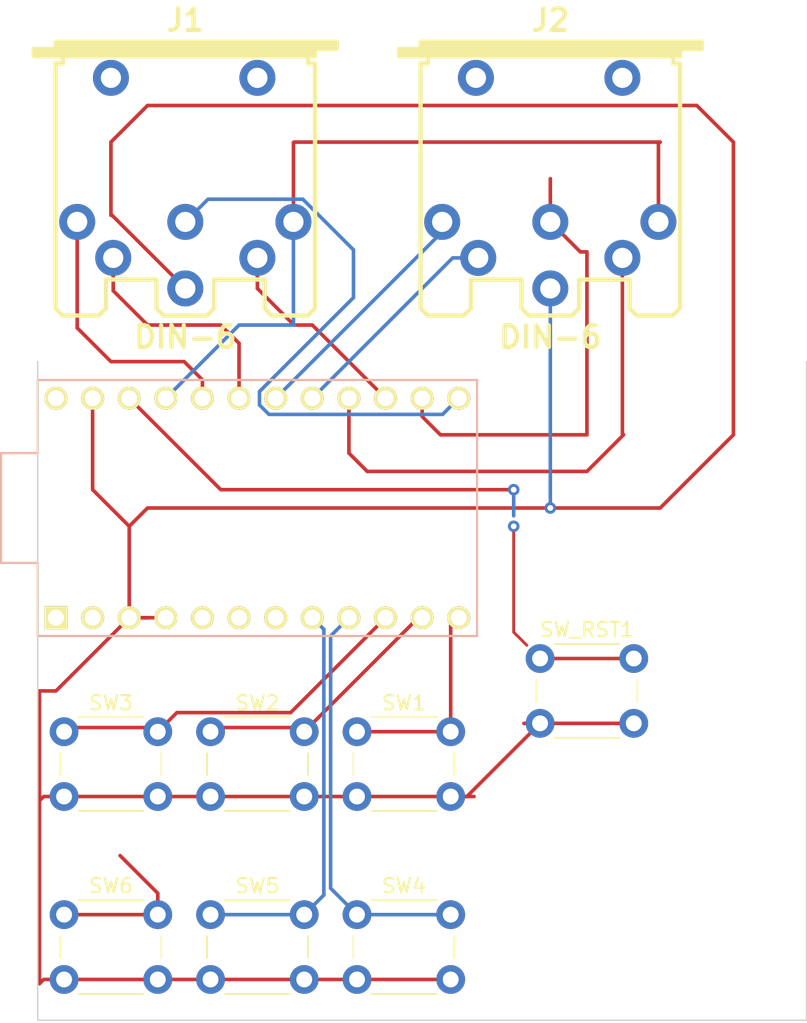
<source format=kicad_pcb>
(kicad_pcb (version 20211014) (generator pcbnew)
  (layers (0 "F.Cu" signal) (31 "B.Cu" signal) (34 "B.Paste" user) (35 "F.Paste" user) (36 "B.SilkS" user "B.Silkscreen") (37 "F.SilkS" user "F.Silkscreen") (38 "B.Mask" user) (39 "F.Mask" user) (44 "Edge.Cuts" user))
  (net 0 "")
  (net 1 "GND")
  (net 2 "RED 2")
  (net 3 "Axis X 2")
  (net 4 "BLACK 2")
  (net 5 "Axis Y 2")
  (net 6 "5V")
  (net 7 "RED 1")
  (net 8 "Axis X 1")
  (net 9 "BLACK 1")
  (net 10 "Axis Y 1")
  (net 11 "Net-(SW1-Pad1)")
  (net 12 "Net-(SW2-Pad1)")
  (net 13 "Net-(SW3-Pad1)")
  (net 14 "Net-(SW4-Pad1)")
  (net 15 "Net-(SW5-Pad1)")
  (net 16 "Net-(SW6-Pad1)")
  (net 17 "Net-(SW_RST1-Pad1)")
  (footprint "Button_Switch_THT:SW_PUSH_6mm_H5mm" (layer "F.Cu") (at 121.21 79.03)
    (fp_text reference "SW_RST1" (at 3.25 -2) (layer "F.SilkS"))
    (fp_text value "SW_Push")
    (fp_line (start 6.75 3) (end 6.75 1.5) (layer "F.SilkS") (width 0.12))
    (fp_line (start 1 5.5) (end 5.5 5.5) (layer "F.SilkS") (width 0.12))
    (fp_line (start 5.5 -1) (end 1 -1) (layer "F.SilkS") (width 0.12))
    (fp_line (start -0.25 1.5) (end -0.25 3) (layer "F.SilkS") (width 0.12))
    (pad "1" thru_hole circle (at 6.5 0 90) (size 2 2) (drill 1.1) (layers *.Cu *.Mask) (net 17 "Net-(SW_RST1-Pad1)"))
    (pad "1" thru_hole circle (at 0 0 90) (size 2 2) (drill 1.1) (layers *.Cu *.Mask) (net 17 "Net-(SW_RST1-Pad1)"))
    (pad "2" thru_hole circle (at 0 4.5 90) (size 2 2) (drill 1.1) (layers *.Cu *.Mask) (net 1 "GND"))
    (pad "2" thru_hole circle (at 6.5 4.5 90) (size 2 2) (drill 1.1) (layers *.Cu *.Mask) (net 1 "GND"))
  )
  (footprint "Button_Switch_THT:SW_PUSH_6mm_H5mm" (layer "F.Cu") (at 108.51 96.81)
    (fp_text reference "SW4" (at 3.25 -2) (layer "F.SilkS"))
    (fp_text value "SW_Push")
    (fp_line (start 5.5 -1) (end 1 -1) (layer "F.SilkS") (width 0.12))
    (fp_line (start -0.25 1.5) (end -0.25 3) (layer "F.SilkS") (width 0.12))
    (fp_line (start 6.75 3) (end 6.75 1.5) (layer "F.SilkS") (width 0.12))
    (fp_line (start 1 5.5) (end 5.5 5.5) (layer "F.SilkS") (width 0.12))
    (pad "1" thru_hole circle (at 0 0 90) (size 2 2) (drill 1.1) (layers *.Cu *.Mask) (net 14 "Net-(SW4-Pad1)"))
    (pad "1" thru_hole circle (at 6.5 0 90) (size 2 2) (drill 1.1) (layers *.Cu *.Mask) (net 14 "Net-(SW4-Pad1)"))
    (pad "2" thru_hole circle (at 6.5 4.5 90) (size 2 2) (drill 1.1) (layers *.Cu *.Mask) (net 1 "GND"))
    (pad "2" thru_hole circle (at 0 4.5 90) (size 2 2) (drill 1.1) (layers *.Cu *.Mask) (net 1 "GND"))
  )
  (footprint "Button_Switch_THT:SW_PUSH_6mm_H5mm" (layer "F.Cu") (at 98.35 84.11)
    (fp_text reference "SW2" (at 3.25 -2) (layer "F.SilkS"))
    (fp_text value "SW_Push")
    (fp_line (start -0.25 1.5) (end -0.25 3) (layer "F.SilkS") (width 0.12))
    (fp_line (start 5.5 -1) (end 1 -1) (layer "F.SilkS") (width 0.12))
    (fp_line (start 6.75 3) (end 6.75 1.5) (layer "F.SilkS") (width 0.12))
    (fp_line (start 1 5.5) (end 5.5 5.5) (layer "F.SilkS") (width 0.12))
    (pad "1" thru_hole circle (at 6.5 0 90) (size 2 2) (drill 1.1) (layers *.Cu *.Mask) (net 12 "Net-(SW2-Pad1)"))
    (pad "1" thru_hole circle (at 0 0 90) (size 2 2) (drill 1.1) (layers *.Cu *.Mask) (net 12 "Net-(SW2-Pad1)"))
    (pad "2" thru_hole circle (at 0 4.5 90) (size 2 2) (drill 1.1) (layers *.Cu *.Mask) (net 1 "GND"))
    (pad "2" thru_hole circle (at 6.5 4.5 90) (size 2 2) (drill 1.1) (layers *.Cu *.Mask) (net 1 "GND"))
  )
  (footprint "Connectors_UNITRA:DIN-6" (layer "F.Cu") (at 96.6 45.72 180)
    (fp_text reference "J1" (at 0 11) (layer "F.SilkS") (effects (font (size 1.5 1.5) (thickness 0.3))))
    (fp_text value "DIN-6" (at 0 -11) (layer "F.SilkS") (effects (font (size 1.5 1.5) (thickness 0.3))))
    (fp_line (start 8.99922 -8.99922) (end 8.99922 8.001) (layer "F.SilkS") (width 0.3048))
    (fp_line (start 8.99922 8.001) (end 8.49884 8.001) (layer "F.SilkS") (width 0.3048))
    (fp_line (start -1.99898 -8.99922) (end -1.99898 -7.00024) (layer "F.SilkS") (width 0.3048))
    (fp_line (start -8.99922 8.7503) (end 10.50036 8.7503) (layer "F.SilkS") (width 0.3048))
    (fp_line (start -8.49884 8.001) (end -8.49884 8.49884) (layer "F.SilkS") (width 0.3048))
    (fp_line (start -8.49884 -9.4996) (end -5.99948 -9.4996) (layer "F.SilkS") (width 0.3048))
    (fp_line (start -10.50036 9.25068) (end 8.99922 9.25068) (layer "F.SilkS") (width 0.3048))
    (fp_line (start -5.4991 -7.00024) (end -1.99898 -7.00024) (layer "F.SilkS") (width 0.3048))
    (fp_line (start -1.50114 -9.4996) (end 1.50114 -9.4996) (layer "F.SilkS") (width 0.3048))
    (fp_line (start 10.50036 8.99922) (end 8.99922 8.99922) (layer "F.SilkS") (width 0.3048))
    (fp_line (start 5.4991 -8.99922) (end 5.4991 -7.00024) (layer "F.SilkS") (width 0.3048))
    (fp_line (start -8.99922 8.99922) (end -8.99922 8.49884) (layer "F.SilkS") (width 0.3048))
    (fp_line (start 8.99922 -8.99922) (end 8.49884 -9.4996) (layer "F.SilkS") (width 0.3048))
    (fp_line (start 8.49884 -9.4996) (end 6.49986 -9.4996) (layer "F.SilkS") (width 0.3048))
    (fp_line (start -8.99922 -8.99922) (end -8.49884 -9.4996) (layer "F.SilkS") (width 0.3048))
    (fp_line (start -8.99922 8.49884) (end 10.50036 8.49884) (layer "F.SilkS") (width 0.3048))
    (fp_line (start -8.99922 8.001) (end -8.49884 8.001) (layer "F.SilkS") (width 0.3048))
    (fp_line (start -10.50036 8.99922) (end -8.99922 8.99922) (layer "F.SilkS") (width 0.3048))
    (fp_line (start 8.49884 8.49884) (end 8.49884 8.001) (layer "F.SilkS") (width 0.3048))
    (fp_line (start 10.50036 8.49884) (end 10.50036 8.99922) (layer "F.SilkS") (width 0.3048))
    (fp_line (start -10.50036 9.4996) (end -10.50036 8.99922) (layer "F.SilkS") (width 0.3048))
    (fp_line (start 1.50114 -9.4996) (end 1.99898 -8.99922) (layer "F.SilkS") (width 0.3048))
    (fp_line (start -1.50114 -9.4996) (end -1.99898 -8.99922) (layer "F.SilkS") (width 0.3048))
    (fp_line (start -5.99948 -9.4996) (end -5.4991 -8.99922) (layer "F.SilkS") (width 0.3048))
    (fp_line (start 8.99922 9.4996) (end -10.50036 9.4996) (layer "F.SilkS") (width 0.3048))
    (fp_line (start 1.99898 -8.99922) (end 1.99898 -7.00024) (layer "F.SilkS") (width 0.3048))
    (fp_line (start 6.49986 -9.4996) (end 5.99948 -9.4996) (layer "F.SilkS") (width 0.3048))
    (fp_line (start -8.99922 -8.99922) (end -8.99922 8.001) (layer "F.SilkS") (width 0.3048))
    (fp_line (start 5.99948 -9.4996) (end 5.4991 -8.99922) (layer "F.SilkS") (width 0.3048))
    (fp_line (start 8.99922 8.99922) (end 8.99922 9.4996) (layer "F.SilkS") (width 0.3048))
    (fp_line (start 8.99922 8.99922) (end -8.99922 8.99922) (layer "F.SilkS") (width 0.3048))
    (fp_line (start 5.4991 -7.00024) (end 1.99898 -7.00024) (layer "F.SilkS") (width 0.3048))
    (fp_line (start -5.4991 -8.99922) (end -5.4991 -7.00024) (layer "F.SilkS") (width 0.3048))
    (pad "1" thru_hole circle locked (at 7.5 -3 180) (size 2.5 2.5) (drill 1.4) (layers *.Cu *.Mask) (net 3 "Axis X 2"))
    (pad "2" thru_hole circle locked (at 5 -5.5 180) (size 2.5 2.5) (drill 1.4) (layers *.Cu *.Mask) (net 5 "Axis Y 2"))
    (pad "3" thru_hole circle locked (at 0 -7.62 180) (size 2.5 2.5) (drill 1.4) (layers *.Cu *.Mask) (net 1 "GND"))
    (pad "4" thru_hole circle locked (at -5 -5.5 180) (size 2.5 2.5) (drill 1.4) (layers *.Cu *.Mask) (net 2 "RED 2"))
    (pad "5" thru_hole circle locked (at -7.5 -3 180) (size 2.5 2.5) (drill 1.4) (layers *.Cu *.Mask) (net 6 "5V"))
    (pad "6" thru_hole circle locked (at 0 -3 180) (size 2.5 2.5) (drill 1.4) (layers *.Cu *.Mask) (net 4 "BLACK 2"))
    (pad "7" thru_hole circle locked (at 5.16 7 180) (size 2.5 2.5) (drill 1.4) (layers *.Cu *.Mask))
    (pad "7" thru_hole circle locked (at -5 7 180) (size 2.5 2.5) (drill 1.4) (layers *.Cu *.Mask))
  )
  (footprint "Connectors_UNITRA:DIN-6" (layer "F.Cu") (at 121.92 45.72 180)
    (fp_text reference "J2" (at 0 11) (layer "F.SilkS") (effects (font (size 1.5 1.5) (thickness 0.3))))
    (fp_text value "DIN-6" (at 0 -11) (layer "F.SilkS") (effects (font (size 1.5 1.5) (thickness 0.3))))
    (fp_line (start 5.99948 -9.4996) (end 5.4991 -8.99922) (layer "F.SilkS") (width 0.3048))
    (fp_line (start -1.50114 -9.4996) (end -1.99898 -8.99922) (layer "F.SilkS") (width 0.3048))
    (fp_line (start -10.50036 8.99922) (end -8.99922 8.99922) (layer "F.SilkS") (width 0.3048))
    (fp_line (start -1.50114 -9.4996) (end 1.50114 -9.4996) (layer "F.SilkS") (width 0.3048))
    (fp_line (start -8.49884 8.001) (end -8.49884 8.49884) (layer "F.SilkS") (width 0.3048))
    (fp_line (start 8.99922 9.4996) (end -10.50036 9.4996) (layer "F.SilkS") (width 0.3048))
    (fp_line (start 1.50114 -9.4996) (end 1.99898 -8.99922) (layer "F.SilkS") (width 0.3048))
    (fp_line (start 8.49884 -9.4996) (end 6.49986 -9.4996) (layer "F.SilkS") (width 0.3048))
    (fp_line (start -5.99948 -9.4996) (end -5.4991 -8.99922) (layer "F.SilkS") (width 0.3048))
    (fp_line (start 5.4991 -7.00024) (end 1.99898 -7.00024) (layer "F.SilkS") (width 0.3048))
    (fp_line (start 8.49884 8.49884) (end 8.49884 8.001) (layer "F.SilkS") (width 0.3048))
    (fp_line (start 8.99922 -8.99922) (end 8.99922 8.001) (layer "F.SilkS") (width 0.3048))
    (fp_line (start -8.99922 -8.99922) (end -8.99922 8.001) (layer "F.SilkS") (width 0.3048))
    (fp_line (start -8.99922 -8.99922) (end -8.49884 -9.4996) (layer "F.SilkS") (width 0.3048))
    (fp_line (start -8.99922 8.99922) (end -8.99922 8.49884) (layer "F.SilkS") (width 0.3048))
    (fp_line (start -10.50036 9.4996) (end -10.50036 8.99922) (layer "F.SilkS") (width 0.3048))
    (fp_line (start -8.99922 8.7503) (end 10.50036 8.7503) (layer "F.SilkS") (width 0.3048))
    (fp_line (start -10.50036 9.25068) (end 8.99922 9.25068) (layer "F.SilkS") (width 0.3048))
    (fp_line (start -8.99922 8.49884) (end 10.50036 8.49884) (layer "F.SilkS") (width 0.3048))
    (fp_line (start 8.99922 8.99922) (end -8.99922 8.99922) (layer "F.SilkS") (width 0.3048))
    (fp_line (start 1.99898 -8.99922) (end 1.99898 -7.00024) (layer "F.SilkS") (width 0.3048))
    (fp_line (start 8.99922 -8.99922) (end 8.49884 -9.4996) (layer "F.SilkS") (width 0.3048))
    (fp_line (start -5.4991 -8.99922) (end -5.4991 -7.00024) (layer "F.SilkS") (width 0.3048))
    (fp_line (start 6.49986 -9.4996) (end 5.99948 -9.4996) (layer "F.SilkS") (width 0.3048))
    (fp_line (start -5.4991 -7.00024) (end -1.99898 -7.00024) (layer "F.SilkS") (width 0.3048))
    (fp_line (start 10.50036 8.49884) (end 10.50036 8.99922) (layer "F.SilkS") (width 0.3048))
    (fp_line (start 10.50036 8.99922) (end 8.99922 8.99922) (layer "F.SilkS") (width 0.3048))
    (fp_line (start 8.99922 8.99922) (end 8.99922 9.4996) (layer "F.SilkS") (width 0.3048))
    (fp_line (start 5.4991 -8.99922) (end 5.4991 -7.00024) (layer "F.SilkS") (width 0.3048))
    (fp_line (start -8.49884 -9.4996) (end -5.99948 -9.4996) (layer "F.SilkS") (width 0.3048))
    (fp_line (start -8.99922 8.001) (end -8.49884 8.001) (layer "F.SilkS") (width 0.3048))
    (fp_line (start 8.99922 8.001) (end 8.49884 8.001) (layer "F.SilkS") (width 0.3048))
    (fp_line (start -1.99898 -8.99922) (end -1.99898 -7.00024) (layer "F.SilkS") (width 0.3048))
    (pad "1" thru_hole circle locked (at 7.5 -3 180) (size 2.5 2.5) (drill 1.4) (layers *.Cu *.Mask) (net 8 "Axis X 1"))
    (pad "2" thru_hole circle locked (at 5 -5.5 180) (size 2.5 2.5) (drill 1.4) (layers *.Cu *.Mask) (net 10 "Axis Y 1"))
    (pad "3" thru_hole circle locked (at 0 -7.62 180) (size 2.5 2.5) (drill 1.4) (layers *.Cu *.Mask) (net 1 "GND"))
    (pad "4" thru_hole circle locked (at -5 -5.5 180) (size 2.5 2.5) (drill 1.4) (layers *.Cu *.Mask) (net 7 "RED 1"))
    (pad "5" thru_hole circle locked (at -7.5 -3 180) (size 2.5 2.5) (drill 1.4) (layers *.Cu *.Mask) (net 6 "5V"))
    (pad "6" thru_hole circle locked (at 0 -3 180) (size 2.5 2.5) (drill 1.4) (layers *.Cu *.Mask) (net 9 "BLACK 1"))
    (pad "7" thru_hole circle locked (at -5 7 180) (size 2.5 2.5) (drill 1.4) (layers *.Cu *.Mask))
    (pad "7" thru_hole circle locked (at 5.16 7 180) (size 2.5 2.5) (drill 1.4) (layers *.Cu *.Mask))
  )
  (footprint "Button_Switch_THT:SW_PUSH_6mm_H5mm" (layer "F.Cu") (at 108.51 84.11)
    (fp_text reference "SW1" (at 3.25 -2) (layer "F.SilkS"))
    (fp_text value "SW_Push")
    (fp_line (start 6.75 3) (end 6.75 1.5) (layer "F.SilkS") (width 0.12))
    (fp_line (start 5.5 -1) (end 1 -1) (layer "F.SilkS") (width 0.12))
    (fp_line (start 1 5.5) (end 5.5 5.5) (layer "F.SilkS") (width 0.12))
    (fp_line (start -0.25 1.5) (end -0.25 3) (layer "F.SilkS") (width 0.12))
    (pad "1" thru_hole circle (at 0 0 90) (size 2 2) (drill 1.1) (layers *.Cu *.Mask) (net 11 "Net-(SW1-Pad1)"))
    (pad "1" thru_hole circle (at 6.5 0 90) (size 2 2) (drill 1.1) (layers *.Cu *.Mask) (net 11 "Net-(SW1-Pad1)"))
    (pad "2" thru_hole circle (at 0 4.5 90) (size 2 2) (drill 1.1) (layers *.Cu *.Mask) (net 1 "GND"))
    (pad "2" thru_hole circle (at 6.5 4.5 90) (size 2 2) (drill 1.1) (layers *.Cu *.Mask) (net 1 "GND"))
  )
  (footprint "Button_Switch_THT:SW_PUSH_6mm_H5mm" (layer "F.Cu") (at 88.19 96.81)
    (fp_text reference "SW6" (at 3.25 -2) (layer "F.SilkS"))
    (fp_text value "SW_Push")
    (fp_line (start -0.25 1.5) (end -0.25 3) (layer "F.SilkS") (width 0.12))
    (fp_line (start 5.5 -1) (end 1 -1) (layer "F.SilkS") (width 0.12))
    (fp_line (start 1 5.5) (end 5.5 5.5) (layer "F.SilkS") (width 0.12))
    (fp_line (start 6.75 3) (end 6.75 1.5) (layer "F.SilkS") (width 0.12))
    (pad "1" thru_hole circle (at 0 0 90) (size 2 2) (drill 1.1) (layers *.Cu *.Mask) (net 16 "Net-(SW6-Pad1)"))
    (pad "1" thru_hole circle (at 6.5 0 90) (size 2 2) (drill 1.1) (layers *.Cu *.Mask) (net 16 "Net-(SW6-Pad1)"))
    (pad "2" thru_hole circle (at 0 4.5 90) (size 2 2) (drill 1.1) (layers *.Cu *.Mask) (net 1 "GND"))
    (pad "2" thru_hole circle (at 6.5 4.5 90) (size 2 2) (drill 1.1) (layers *.Cu *.Mask) (net 1 "GND"))
  )
  (footprint "promicro:ProMicro" (layer "F.Cu") (at 101.6 68.58)
    (fp_text reference "U1" hide)
    (fp_text value "ProMicro")
    (fp_line (start 15.24 8.89) (end -15.24 8.89) (layer "B.SilkS") (width 0.15))
    (fp_line (start -15.24 3.81) (end -17.78 3.81) (layer "B.SilkS") (width 0.15))
    (fp_line (start -15.24 8.89) (end -15.24 3.81) (layer "B.SilkS") (width 0.15))
    (fp_line (start 15.24 -8.89) (end 15.24 8.89) (layer "B.SilkS") (width 0.15))
    (fp_line (start -17.78 -3.81) (end -15.24 -3.81) (layer "B.SilkS") (width 0.15))
    (fp_line (start -15.24 -8.89) (end 15.24 -8.89) (layer "B.SilkS") (width 0.15))
    (fp_line (start -17.78 3.81) (end -17.78 -3.81) (layer "B.SilkS") (width 0.15))
    (fp_line (start -15.24 -3.81) (end -15.24 -8.89) (layer "B.SilkS") (width 0.15))
    (fp_line (start -17.78 -3.81) (end -15.24 -3.81) (layer "F.SilkS") (width 0.15))
    (fp_line (start -17.78 3.81) (end -17.78 -3.81) (layer "F.SilkS") (width 0.15))
    (fp_line (start 15.24 -8.89) (end 15.24 8.89) (layer "F.SilkS") (width 0.15))
    (fp_line (start -15.24 8.89) (end 15.24 8.89) (layer "F.SilkS") (width 0.15))
    (fp_line (start -15.24 -8.89) (end 15.24 -8.89) (layer "F.SilkS") (width 0.15))
    (fp_line (start -15.24 8.89) (end -15.24 3.81) (layer "F.SilkS") (width 0.15))
    (fp_line (start -15.24 3.81) (end -17.78 3.81) (layer "F.SilkS") (width 0.15))
    (fp_line (start -15.24 -3.81) (end -15.24 -8.89) (layer "F.SilkS") (width 0.15))
    (pad "1" thru_hole rect locked (at -13.97 7.62) (size 1.6 1.6) (drill 1.1) (layers *.Cu *.Mask "F.SilkS"))
    (pad "2" thru_hole circle locked (at -11.43 7.62) (size 1.6 1.6) (drill 1.1) (layers *.Cu *.Mask "F.SilkS"))
    (pad "3" thru_hole circle locked (at -8.89 7.62) (size 1.6 1.6) (drill 1.1) (layers *.Cu *.Mask "F.SilkS") (net 1 "GND"))
    (pad "4" thru_hole circle locked (at -6.35 7.62) (size 1.6 1.6) (drill 1.1) (layers *.Cu *.Mask "F.SilkS") (net 1 "GND"))
    (pad "5" thru_hole circle locked (at -3.81 7.62) (size 1.6 1.6) (drill 1.1) (layers *.Cu *.Mask "F.SilkS"))
    (pad "6" thru_hole circle locked (at -1.27 7.62) (size 1.6 1.6) (drill 1.1) (layers *.Cu *.Mask "F.SilkS"))
    (pad "7" thru_hole circle locked (at 1.27 7.62) (size 1.6 1.6) (drill 1.1) (layers *.Cu *.Mask "F.SilkS") (net 16 "Net-(SW6-Pad1)"))
    (pad "8" thru_hole circle locked (at 3.81 7.62) (size 1.6 1.6) (drill 1.1) (layers *.Cu *.Mask "F.SilkS") (net 15 "Net-(SW5-Pad1)"))
    (pad "9" thru_hole circle locked (at 6.35 7.62) (size 1.6 1.6) (drill 1.1) (layers *.Cu *.Mask "F.SilkS") (net 14 "Net-(SW4-Pad1)"))
    (pad "10" thru_hole circle locked (at 8.89 7.62) (size 1.6 1.6) (drill 1.1) (layers *.Cu *.Mask "F.SilkS") (net 13 "Net-(SW3-Pad1)"))
    (pad "11" thru_hole circle locked (at 11.43 7.62) (size 1.6 1.6) (drill 1.1) (layers *.Cu *.Mask "F.SilkS") (net 12 "Net-(SW2-Pad1)"))
    (pad "12" thru_hole circle locked (at 13.97 7.62) (size 1.6 1.6) (drill 1.1) (layers *.Cu *.Mask "F.SilkS") (net 11 "Net-(SW1-Pad1)"))
    (pad "13" thru_hole circle locked (at 13.97 -7.62) (size 1.6 1.6) (drill 1.1) (layers *.Cu *.Mask "F.SilkS") (net 4 "BLACK 2"))
    (pad "14" thru_hole circle locked (at 11.43 -7.62) (size 1.6 1.6) (drill 1.1) (layers *.Cu *.Mask "F.SilkS") (net 9 "BLACK 1"))
    (pad "15" thru_hole circle locked (at 8.89 -7.62) (size 1.6 1.6) (drill 1.1) (layers *.Cu *.Mask "F.SilkS") (net 2 "RED 2"))
    (pad "16" thru_hole circle locked (at 6.35 -7.62) (size 1.6 1.6) (drill 1.1) (layers *.Cu *.Mask "F.SilkS") (net 7 "RED 1"))
    (pad "17" thru_hole circle locked (at 3.81 -7.62) (size 1.6 1.6) (drill 1.1) (layers *.Cu *.Mask "F.SilkS") (net 10 "Axis Y 1"))
    (pad "18" thru_hole circle locked (at 1.27 -7.62) (size 1.6 1.6) (drill 1.1) (layers *.Cu *.Mask "F.SilkS") (net 8 "Axis X 1"))
    (pad "19" thru_hole circle locked (at -1.27 -7.62) (size 1.6 1.6) (drill 1.1) (layers *.Cu *.Mask "F.SilkS") (net 5 "Axis Y 2"))
    (pad "20" thru_hole circle locked (at -3.81 -7.62) (size 1.6 1.6) (drill 1.1) (layers *.Cu *.Mask "F.SilkS") (net 3 "Axis X 2"))
    (pad "21" thru_hole circle locked (at -6.35 -7.62) (size 1.6 1.6) (drill 1.1) (layers *.Cu *.Mask "F.SilkS") (net 6 "5V"))
    (pad "22" thru_hole circle locked (at -8.89 -7.62) (size 1.6 1.6) (drill 1.1) (layers *.Cu *.Mask "F.SilkS") (net 17 "Net-(SW_RST1-Pad1)"))
    (pad "23" thru_hole circle locked (at -11.43 -7.62) (size 1.6 1.6) (drill 1.1) (layers *.Cu *.Mask "F.SilkS") (net 1 "GND"))
    (pad "24" thru_hole circle locked (at -13.97 -7.62) (size 1.6 1.6) (drill 1.1) (layers *.Cu *.Mask "F.SilkS"))
  )
  (footprint "Button_Switch_THT:SW_PUSH_6mm_H5mm" (layer "F.Cu") (at 88.19 84.11)
    (fp_text reference "SW3" (at 3.25 -2) (layer "F.SilkS"))
    (fp_text value "SW_Push")
    (fp_line (start 1 5.5) (end 5.5 5.5) (layer "F.SilkS") (width 0.12))
    (fp_line (start -0.25 1.5) (end -0.25 3) (layer "F.SilkS") (width 0.12))
    (fp_line (start 5.5 -1) (end 1 -1) (layer "F.SilkS") (width 0.12))
    (fp_line (start 6.75 3) (end 6.75 1.5) (layer "F.SilkS") (width 0.12))
    (pad "1" thru_hole circle (at 0 0 90) (size 2 2) (drill 1.1) (layers *.Cu *.Mask) (net 13 "Net-(SW3-Pad1)"))
    (pad "1" thru_hole circle (at 6.5 0 90) (size 2 2) (drill 1.1) (layers *.Cu *.Mask) (net 13 "Net-(SW3-Pad1)"))
    (pad "2" thru_hole circle (at 6.5 4.5 90) (size 2 2) (drill 1.1) (layers *.Cu *.Mask) (net 1 "GND"))
    (pad "2" thru_hole circle (at 0 4.5 90) (size 2 2) (drill 1.1) (layers *.Cu *.Mask) (net 1 "GND"))
  )
  (footprint "Button_Switch_THT:SW_PUSH_6mm_H5mm" (layer "F.Cu") (at 98.35 96.81)
    (fp_text reference "SW5" (at 3.25 -2) (layer "F.SilkS"))
    (fp_text value "SW_Push")
    (fp_line (start 1 5.5) (end 5.5 5.5) (layer "F.SilkS") (width 0.12))
    (fp_line (start -0.25 1.5) (end -0.25 3) (layer "F.SilkS") (width 0.12))
    (fp_line (start 6.75 3) (end 6.75 1.5) (layer "F.SilkS") (width 0.12))
    (fp_line (start 5.5 -1) (end 1 -1) (layer "F.SilkS") (width 0.12))
    (pad "1" thru_hole circle (at 6.5 0 90) (size 2 2) (drill 1.1) (layers *.Cu *.Mask) (net 15 "Net-(SW5-Pad1)"))
    (pad "1" thru_hole circle (at 0 0 90) (size 2 2) (drill 1.1) (layers *.Cu *.Mask) (net 15 "Net-(SW5-Pad1)"))
    (pad "2" thru_hole circle (at 0 4.5 90) (size 2 2) (drill 1.1) (layers *.Cu *.Mask) (net 1 "GND"))
    (pad "2" thru_hole circle (at 6.5 4.5 90) (size 2 2) (drill 1.1) (layers *.Cu *.Mask) (net 1 "GND"))
  )
  (gr_line (start 86.36 104.14) (end 139.7 104.14) (layer "Edge.Cuts") (width 0.1))
  (gr_line (start 139.7 104.14) (end 139.7 58.42) (layer "Edge.Cuts") (width 0.1))
  (gr_line (start 86.36 58.42) (end 86.36 104.14) (layer "Edge.Cuts") (width 0.1))
  (segment (start 119.38 69.85) (end 119.38 77.2) (width 0.2) (layer "F.Cu") (net 0))
  (segment (start 119.38 77.2) (end 120.291107 78.111107) (width 0.2) (layer "F.Cu") (net 0))
  (via (at 119.38 69.85) (size 0.8) (drill 0.4) (layers "F.Cu" "B.Cu") (net 0))
  (segment (start 93.98 76.2) (end 92.71 76.2) (width 0.25) (layer "F.Cu") (net 1))
  (segment (start 115.01 88.61) (end 108.51 88.61) (width 0.25) (layer "F.Cu") (net 1))
  (segment (start 108.51 88.61) (end 104.85 88.61) (width 0.25) (layer "F.Cu") (net 1))
  (segment (start 134.62 43.18) (end 132.08 40.64) (width 0.25) (layer "F.Cu") (net 1))
  (segment (start 114.72 88.03) (end 115.01 88.32) (width 0.25) (layer "F.Cu") (net 1))
  (segment (start 104.85 88.61) (end 98.35 88.61) (width 0.25) (layer "F.Cu") (net 1))
  (segment (start 86.48502 88.9) (end 86.48502 101.6) (width 0.25) (layer "F.Cu") (net 1))
  (segment (start 93.98 40.64) (end 91.44 43.18) (width 0.25) (layer "F.Cu") (net 1))
  (segment (start 86.77502 88.61) (end 86.48502 88.9) (width 0.25) (layer "F.Cu") (net 1))
  (segment (start 120.09 83.53) (end 121.21 83.53) (width 0.25) (layer "F.Cu") (net 1))
  (segment (start 86.77502 101.31) (end 115.01 101.31) (width 0.25) (layer "F.Cu") (net 1))
  (segment (start 91.44 48.26) (end 91.52 48.26) (width 0.25) (layer "F.Cu") (net 1))
  (segment (start 90.17 67.31) (end 92.71 69.85) (width 0.25) (layer "F.Cu") (net 1))
  (segment (start 92.71 76.2) (end 87.63 81.28) (width 0.25) (layer "F.Cu") (net 1))
  (segment (start 115.01 88.61) (end 116.63 88.61) (width 0.25) (layer "F.Cu") (net 1))
  (segment (start 87.63 81.28) (end 86.48502 81.28) (width 0.25) (layer "F.Cu") (net 1))
  (segment (start 90.17 60.96) (end 90.17 67.31) (width 0.25) (layer "F.Cu") (net 1))
  (segment (start 91.44 43.18) (end 91.44 48.26) (width 0.25) (layer "F.Cu") (net 1))
  (segment (start 91.52 48.26) (end 96.6 53.34) (width 0.25) (layer "F.Cu") (net 1))
  (segment (start 92.71 76.2) (end 95.25 76.2) (width 0.25) (layer "F.Cu") (net 1))
  (segment (start 86.48502 101.6) (end 86.77502 101.31) (width 0.25) (layer "F.Cu") (net 1))
  (segment (start 92.71 69.85) (end 93.98 68.58) (width 0.25) (layer "F.Cu") (net 1))
  (segment (start 121.21 83.53) (end 127.71 83.53) (width 0.25) (layer "F.Cu") (net 1))
  (segment (start 94.69 88.61) (end 88.19 88.61) (width 0.25) (layer "F.Cu") (net 1))
  (segment (start 129.54 68.58) (end 134.62 63.5) (width 0.25) (layer "F.Cu") (net 1))
  (segment (start 86.48502 88.320767) (end 86.48502 88.9) (width 0.25) (layer "F.Cu") (net 1))
  (segment (start 88.19 88.61) (end 86.77502 88.61) (width 0.25) (layer "F.Cu") (net 1))
  (segment (start 98.35 88.61) (end 94.69 88.61) (width 0.25) (layer "F.Cu") (net 1))
  (segment (start 134.62 63.5) (end 134.62 43.18) (width 0.25) (layer "F.Cu") (net 1))
  (segment (start 121.21 83.53) (end 116.13 88.61) (width 0.25) (layer "F.Cu") (net 1))
  (segment (start 116.13 88.61) (end 115.01 88.61) (width 0.25) (layer "F.Cu") (net 1))
  (segment (start 92.71 76.2) (end 92.71 69.85) (width 0.25) (layer "F.Cu") (net 1))
  (segment (start 132.08 40.64) (end 93.98 40.64) (width 0.25) (layer "F.Cu") (net 1))
  (segment (start 93.98 68.58) (end 129.54 68.58) (width 0.25) (layer "F.Cu") (net 1))
  (segment (start 86.48502 81.28) (end 86.48502 88.9) (width 0.25) (layer "F.Cu") (net 1))
  (via (at 121.92 68.58) (size 0.8) (drill 0.4) (layers "F.Cu" "B.Cu") (net 1))
  (segment (start 121.92 53.34) (end 121.92 68.58) (width 0.25) (layer "B.Cu") (net 1))
  (segment (start 101.6 53.34) (end 101.6 51.22) (width 0.25) (layer "F.Cu") (net 2))
  (segment (start 104.14 55.88) (end 101.6 53.34) (width 0.25) (layer "F.Cu") (net 2))
  (segment (start 110.49 60.96) (end 105.41 55.88) (width 0.25) (layer "F.Cu") (net 2))
  (segment (start 105.41 55.88) (end 104.14 55.88) (width 0.25) (layer "F.Cu") (net 2))
  (segment (start 89.1 56.08) (end 89.1 48.72) (width 0.25) (layer "F.Cu") (net 3))
  (segment (start 97.79 60.96) (end 97.79 59.69) (width 0.25) (layer "F.Cu") (net 3))
  (segment (start 91.44 58.42) (end 89.1 56.08) (width 0.25) (layer "F.Cu") (net 3))
  (segment (start 96.52 58.42) (end 91.44 58.42) (width 0.25) (layer "F.Cu") (net 3))
  (segment (start 97.79 59.69) (end 96.52 58.42) (width 0.25) (layer "F.Cu") (net 3))
  (segment (start 101.745489 60.494211) (end 101.745489 61.425789) (width 0.25) (layer "B.Cu") (net 4))
  (segment (start 96.6 48.72) (end 98.174511 47.145489) (width 0.25) (layer "B.Cu") (net 4))
  (segment (start 108.267141 53.972559) (end 101.745489 60.494211) (width 0.25) (layer "B.Cu") (net 4))
  (segment (start 98.174511 47.145489) (end 104.752185 47.145489) (width 0.25) (layer "B.Cu") (net 4))
  (segment (start 108.267141 50.660445) (end 108.267141 53.972559) (width 0.25) (layer "B.Cu") (net 4))
  (segment (start 101.745489 61.425789) (end 102.404211 62.084511) (width 0.25) (layer "B.Cu") (net 4))
  (segment (start 102.404211 62.084511) (end 114.445489 62.084511) (width 0.25) (layer "B.Cu") (net 4))
  (segment (start 114.445489 62.084511) (end 115.57 60.96) (width 0.25) (layer "B.Cu") (net 4))
  (segment (start 104.752185 47.145489) (end 108.267141 50.660445) (width 0.25) (layer "B.Cu") (net 4))
  (segment (start 91.6 53.5) (end 93.98 55.88) (width 0.25) (layer "F.Cu") (net 5))
  (segment (start 99.06 55.88) (end 100.33 57.15) (width 0.25) (layer "F.Cu") (net 5))
  (segment (start 100.33 57.15) (end 100.33 60.96) (width 0.25) (layer "F.Cu") (net 5))
  (segment (start 93.98 55.88) (end 99.06 55.88) (width 0.25) (layer "F.Cu") (net 5))
  (segment (start 91.6 51.22) (end 91.6 53.5) (width 0.25) (layer "F.Cu") (net 5))
  (segment (start 104.14 43.18) (end 104.1 43.22) (width 0.25) (layer "F.Cu") (net 6))
  (segment (start 104.1 43.22) (end 104.1 48.72) (width 0.25) (layer "F.Cu") (net 6))
  (segment (start 129.54 43.18) (end 104.14 43.18) (width 0.25) (layer "F.Cu") (net 6))
  (segment (start 129.42 48.72) (end 129.42 43.3) (width 0.25) (layer "F.Cu") (net 6))
  (segment (start 129.42 43.3) (end 129.54 43.18) (width 0.25) (layer "F.Cu") (net 6))
  (segment (start 104.14 55.88) (end 104.1 55.84) (width 0.25) (layer "B.Cu") (net 6))
  (segment (start 100.33 55.88) (end 104.14 55.88) (width 0.25) (layer "B.Cu") (net 6))
  (segment (start 95.25 60.96) (end 100.33 55.88) (width 0.25) (layer "B.Cu") (net 6))
  (segment (start 104.1 55.84) (end 104.1 48.72) (width 0.25) (layer "B.Cu") (net 6))
  (segment (start 126.92 63.42) (end 126.92 51.22) (width 0.25) (layer "F.Cu") (net 7))
  (segment (start 107.95 64.77) (end 109.22 66.04) (width 0.25) (layer "F.Cu") (net 7))
  (segment (start 124.46 66.04) (end 127 63.5) (width 0.25) (layer "F.Cu") (net 7))
  (segment (start 107.95 60.96) (end 107.95 64.77) (width 0.25) (layer "F.Cu") (net 7))
  (segment (start 127 63.5) (end 126.92 63.42) (width 0.25) (layer "F.Cu") (net 7))
  (segment (start 109.22 66.04) (end 124.46 66.04) (width 0.25) (layer "F.Cu") (net 7))
  (segment (start 114.42 49.41) (end 114.42 48.72) (width 0.25) (layer "B.Cu") (net 8))
  (segment (start 102.87 60.96) (end 114.42 49.41) (width 0.25) (layer "B.Cu") (net 8))
  (segment (start 114.3 63.5) (end 124.46 63.5) (width 0.25) (layer "F.Cu") (net 9))
  (segment (start 124.46 50.8) (end 124 50.8) (width 0.25) (layer "F.Cu") (net 9))
  (segment (start 124.46 63.5) (end 124.46 50.8) (width 0.25) (layer "F.Cu") (net 9))
  (segment (start 113.03 62.23) (end 114.3 63.5) (width 0.25) (layer "F.Cu") (net 9))
  (segment (start 124 50.8) (end 121.92 48.72) (width 0.25) (layer "F.Cu") (net 9))
  (segment (start 121.92 48.72) (end 121.92 45.72) (width 0.25) (layer "F.Cu") (net 9))
  (segment (start 113.03 60.96) (end 113.03 62.23) (width 0.25) (layer "F.Cu") (net 9))
  (segment (start 105.41 60.96) (end 115.15 51.22) (width 0.25) (layer "B.Cu") (net 10))
  (segment (start 115.15 51.22) (end 116.92 51.22) (width 0.25) (layer "B.Cu") (net 10))
  (segment (start 115.01 76.76) (end 115.57 76.2) (width 0.25) (layer "F.Cu") (net 11))
  (segment (start 115.01 84.11) (end 115.01 76.76) (width 0.25) (layer "F.Cu") (net 11))
  (segment (start 115.01 84.11) (end 108.51 84.11) (width 0.25) (layer "F.Cu") (net 11))
  (segment (start 115.57 83.55) (end 115.01 84.11) (width 0.25) (layer "F.Cu") (net 11))
  (segment (start 105.41 83.82) (end 104.85 83.82) (width 0.25) (layer "F.Cu") (net 12))
  (segment (start 112.76 76.2) (end 113.03 76.2) (width 0.25) (layer "F.Cu") (net 12))
  (segment (start 104.85 83.82) (end 98.35 83.82) (width 0.25) (layer "F.Cu") (net 12))
  (segment (start 104.85 84.11) (end 112.76 76.2) (width 0.25) (layer "F.Cu") (net 12))
  (segment (start 96.014511 82.785489) (end 94.69 84.11) (width 0.25) (layer "F.Cu") (net 13))
  (segment (start 88.19 83.82) (end 94.69 83.82) (width 0.25) (layer "F.Cu") (net 13))
  (segment (start 103.904511 82.785489) (end 96.014511 82.785489) (width 0.25) (layer "F.Cu") (net 13))
  (segment (start 110.49 76.2) (end 103.904511 82.785489) (width 0.25) (layer "F.Cu") (net 13))
  (segment (start 106.68 77.47) (end 106.68 94.98) (width 0.25) (layer "B.Cu") (net 14))
  (segment (start 107.95 76.2) (end 106.68 77.47) (width 0.25) (layer "B.Cu") (net 14))
  (segment (start 106.68 94.98) (end 108.51 96.81) (width 0.25) (layer "B.Cu") (net 14))
  (segment (start 108.51 96.81) (end 115.01 96.81) (width 0.25) (layer "B.Cu") (net 14))
  (segment (start 105.41 76.2) (end 106.209999 76.999999) (width 0.25) (layer "B.Cu") (net 15))
  (segment (start 106.209999 95.450001) (end 104.85 96.81) (width 0.25) (layer "B.Cu") (net 15))
  (segment (start 104.85 96.81) (end 98.35 96.81) (width 0.25) (layer "B.Cu") (net 15))
  (segment (start 106.209999 76.999999) (end 106.209999 95.450001) (width 0.25) (layer "B.Cu") (net 15))
  (segment (start 94.69 95.325) (end 92.075 92.71) (width 0.25) (layer "F.Cu") (net 16))
  (segment (start 88.19 96.81) (end 94.69 96.81) (width 0.25) (layer "F.Cu") (net 16))
  (segment (start 94.69 96.81) (end 94.69 95.325) (width 0.25) (layer "F.Cu") (net 16))
  (segment (start 99.06 67.31) (end 119.38 67.31) (width 0.25) (layer "F.Cu") (net 17))
  (segment (start 92.71 60.96) (end 99.06 67.31) (width 0.25) (layer "F.Cu") (net 17))
  (segment (start 127.71 79.03) (end 121.21 79.03) (width 0.25) (layer "F.Cu") (net 17))
  (via (at 119.38 67.31) (size 0.8) (drill 0.4) (layers "F.Cu" "B.Cu") (net 17))
  (segment (start 119.38 67.31) (end 119.38 69.125489) (width 0.25) (layer "B.Cu") (net 17))
)
</source>
